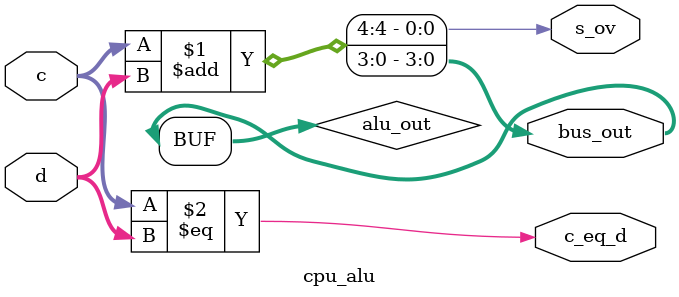
<source format=v>
module cpu_alu (bus_out, c, d, c_eq_d, s_ov);
input [3:0] c;
input [3:0] d; 
output [3:0] bus_out;
output c_eq_d, s_ov;
wire [3:0] alu_out;
assign bus_out = alu_out;
assign {s_ov, alu_out} = c + d;
assign c_eq_d = c == d;

endmodule
</source>
